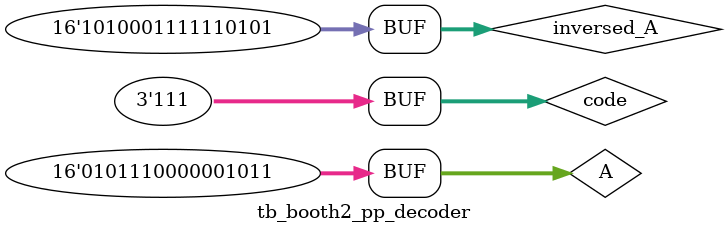
<source format=v>
`timescale 1ns / 1ps
module tb_booth2_pp_decoder();
    reg [2:0]       code        ;
    reg [15:0]      A           ;
    reg [15:0]      inversed_A  ;
    
    wire [16:0]     pp_out      ;
    
    initial begin
        A <= 16'b0101_1100_0000_1011;
        inversed_A <= 16'b1010_0011_1111_0101;
        code <= 3'b000;
    #20
        code <= 3'b001;
    #20 
        code <= 3'b010;
    #20
        code <= 3'b011;
    #20 
        code <= 3'b100;
    #20
        code <= 3'b101;
    #20 
        code <= 3'b110;
    #20
        code <= 3'b111;
    end
    

    booth2_pp_decoder booth2_pp_decoder_inst(
            .code           (code       ),  //输入的3bit编码
            .A              (A          ),  //被乘数A
            .inversed_A     (inversed_A ),  //取反后的被乘数(-A)

            .pp_out         (pp_out     )   //输出的部分积,输出17bit
        );
endmodule

</source>
